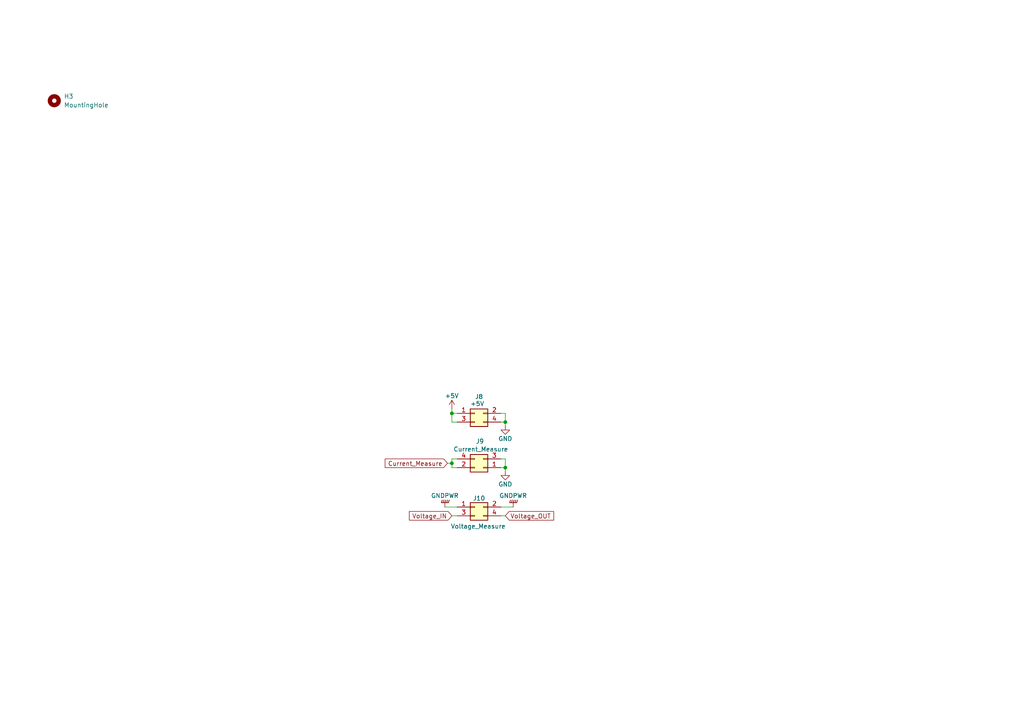
<source format=kicad_sch>
(kicad_sch (version 20211123) (generator eeschema)
  (paper "A4")
  (lib_symbols
    (symbol "Connector_Generic:Conn_02x02_Odd_Even" (pin_names (offset 1.016) hide)
      (property "Reference" "J" (at 1.27 2.54 0))
      (property "Value" "Conn_02x02_Odd_Even" (at 1.27 -5.08 0))
      (symbol "Conn_02x02_Odd_Even_1_1"
        (rectangle (start -1.27 -2.413) (end 0 -2.667) (stroke (width 0.1524)))
        (rectangle (start -1.27 0.127) (end 0 -0.127) (stroke (width 0.1524)))
        (rectangle (start -1.27 1.27) (end 3.81 -3.81) (stroke (width 0.254)) (fill (type background)))
        (rectangle (start 3.81 -2.413) (end 2.54 -2.667) (stroke (width 0.1524)))
        (rectangle (start 3.81 0.127) (end 2.54 -0.127) (stroke (width 0.1524)))
        (pin passive line (at -5.08 0 0) (length 3.81) (name "Pin_1") (number "1"))
        (pin passive line (at 7.62 0 180) (length 3.81) (name "Pin_2") (number "2"))
        (pin passive line (at -5.08 -2.54 0) (length 3.81) (name "Pin_3") (number "3"))
        (pin passive line (at 7.62 -2.54 180) (length 3.81) (name "Pin_4") (number "4"))
      )
    )
    (symbol "Mechanical:MountingHole" (pin_names (offset 1.016))
      (property "Reference" "H" (at 0 5.08 0))
      (property "Value" "MountingHole" (at 0 3.175 0))
      (symbol "MountingHole_0_1"
        (circle (center 0 0) (radius 1.27) (stroke (width 1.27)))
      )
    )
    (symbol "power:+5V" (power) (pin_names (offset 0))
      (property "Value" "+5V" (at 0 3.556 0))
      (symbol "+5V_0_1"
        (polyline (pts (xy -0.762 1.27) (xy 0 2.54)))
        (polyline (pts (xy 0 0) (xy 0 2.54)))
        (polyline (pts (xy 0 2.54) (xy 0.762 1.27)))
      )
      (symbol "+5V_1_1"
        (pin power_in line (at 0 0 90) (length 0) hide (name "+5V") (number "1"))
      )
    )
    (symbol "power:GND" (power) (pin_names (offset 0))
      (property "Value" "GND" (at 0 -3.81 0))
      (symbol "GND_0_1"
        (polyline (pts (xy 0 0) (xy 0 -1.27) (xy 1.27 -1.27) (xy 0 -2.54) (xy -1.27 -1.27) (xy 0 -1.27)))
      )
      (symbol "GND_1_1"
        (pin power_in line (at 0 0 270) (length 0) hide (name "GND") (number "1"))
      )
    )
    (symbol "power:GNDPWR" (power) (pin_names (offset 0))
      (property "Value" "GNDPWR" (at 0 -3.302 0))
      (symbol "GNDPWR_0_1"
        (polyline (pts (xy 0 -1.27) (xy 0 0)))
        (polyline (pts (xy -1.016 -1.27) (xy -1.27 -2.032) (xy -1.27 -2.032)) (stroke (width 0.2032)))
        (polyline (pts (xy -0.508 -1.27) (xy -0.762 -2.032) (xy -0.762 -2.032)) (stroke (width 0.2032)))
        (polyline (pts (xy 0 -1.27) (xy -0.254 -2.032) (xy -0.254 -2.032)) (stroke (width 0.2032)))
        (polyline (pts (xy 0.508 -1.27) (xy 0.254 -2.032) (xy 0.254 -2.032)) (stroke (width 0.2032)))
        (polyline (pts (xy 1.016 -1.27) (xy -1.016 -1.27) (xy -1.016 -1.27)) (stroke (width 0.2032)))
        (polyline (pts (xy 1.016 -1.27) (xy 0.762 -2.032) (xy 0.762 -2.032) (xy 0.762 -2.032)) (stroke (width 0.2032)))
      )
      (symbol "GNDPWR_1_1"
        (pin power_in line (at 0 0 270) (length 0) hide (name "GNDPWR") (number "1"))
      )
    )
  )
  (junction (at 146.558 122.428))
  (junction (at 146.558 135.636))
  (junction (at 131.064 134.366))
  (junction (at 131.064 119.888))
  (wire (pts (xy 145.288 135.636) (xy 146.558 135.636)))
  (wire (pts (xy 145.288 149.606) (xy 146.558 149.606)))
  (wire (pts (xy 131.064 118.618) (xy 131.064 119.888)))
  (wire (pts (xy 129.032 147.066) (xy 132.588 147.066)))
  (wire (pts (xy 146.558 135.636) (xy 146.558 136.652)))
  (wire (pts (xy 146.558 122.428) (xy 146.558 123.444)))
  (wire (pts (xy 146.558 119.888) (xy 146.558 122.428)))
  (wire (pts (xy 132.588 149.606) (xy 131.064 149.606)))
  (wire (pts (xy 131.064 122.428) (xy 131.064 119.888)))
  (wire (pts (xy 129.794 134.366) (xy 131.064 134.366)))
  (wire (pts (xy 145.288 122.428) (xy 146.558 122.428)))
  (wire (pts (xy 132.588 122.428) (xy 131.064 122.428)))
  (wire (pts (xy 131.064 134.366) (xy 131.064 133.096)))
  (wire (pts (xy 131.064 135.636) (xy 131.064 134.366)))
  (wire (pts (xy 145.288 133.096) (xy 146.558 133.096)))
  (wire (pts (xy 146.558 133.096) (xy 146.558 135.636)))
  (wire (pts (xy 131.064 119.888) (xy 132.588 119.888)))
  (wire (pts (xy 132.588 135.636) (xy 131.064 135.636)))
  (wire (pts (xy 148.844 147.066) (xy 145.288 147.066)))
  (wire (pts (xy 131.064 133.096) (xy 132.588 133.096)))
  (wire (pts (xy 145.288 119.888) (xy 146.558 119.888)))
  (global_label "Current_Measure" (shape input) (at 129.794 134.366 180) (property "Intersheet References" "${INTERSHEET_REFS}" (effects hide)))
  (global_label "Voltage_IN" (shape input) (at 131.064 149.606 180) (property "Intersheet References" "${INTERSHEET_REFS}" (effects hide)))
  (global_label "Voltage_OUT" (shape input) (at 146.558 149.606 0) (property "Intersheet References" "${INTERSHEET_REFS}" (effects hide)))
  (symbol (lib_id "Connector_Generic:Conn_02x02_Odd_Even") (at 137.668 147.066 0) (unit 1)
    (property "Reference" "J10" (at 138.938 144.526 0))
    (property "Value" "Voltage_Measure" (at 138.684 152.654 0))
    (property "Footprint" "Connector_Molex:Molex_Micro-Fit_3.0_43045-0412_2x02_P3.00mm_Vertical" (effects hide))
  )
  (symbol (lib_id "Connector_Generic:Conn_02x02_Odd_Even") (at 137.668 119.888 0) (unit 1)
    (property "Reference" "J8" (at 138.938 115.062 0))
    (property "Value" "+5V" (at 138.43 117.094 0))
    (property "Footprint" "Connector_Molex:Molex_Micro-Fit_3.0_43045-0412_2x02_P3.00mm_Vertical" (effects hide))
  )
  (symbol (lib_id "Mechanical:MountingHole") (at 15.748 29.21 0) (unit 1)
    (property "Reference" "H3" (at 18.542 27.9399 0) (effects (justify left)))
    (property "Value" "MountingHole" (at 18.542 30.4799 0) (effects (justify left)))
    (property "Footprint" "MountingHole:MountingHole_3.2mm_M3" (effects hide))
  )
  (symbol (lib_id "power:GND") (at 146.558 136.652 0) (unit 1)
    (property "Reference" "#PWR01" (effects hide))
    (property "Value" "GND" (at 146.558 140.462 0))
  )
  (symbol (lib_id "power:GND") (at 146.558 123.444 0) (unit 1)
    (property "Reference" "#PWR040" (effects hide))
    (property "Value" "GND" (at 146.558 127.254 0))
  )
  (symbol (lib_id "power:+5V") (at 131.064 118.618 0) (unit 1)
    (property "Reference" "#PWR035" (effects hide))
    (property "Value" "+5V" (at 133.096 114.808 0) (effects (justify right)))
  )
  (symbol (lib_id "power:GNDPWR") (at 129.032 147.066 180) (unit 1)
    (property "Reference" "#PWR02" (effects hide))
    (property "Value" "GNDPWR" (at 129.032 143.764 0))
  )
  (symbol (lib_id "power:GNDPWR") (at 148.844 147.066 180) (unit 1)
    (property "Reference" "#PWR0101" (effects hide))
    (property "Value" "GNDPWR" (at 148.844 143.764 0))
  )
  (symbol (lib_id "Connector_Generic:Conn_02x02_Odd_Even") (at 140.208 135.636 180) (unit 1)
    (property "Reference" "J9" (at 139.192 128.016 0))
    (property "Value" "Current_Measure" (at 139.446 130.302 0))
    (property "Footprint" "Connector_Molex:Molex_Micro-Fit_3.0_43045-0412_2x02_P3.00mm_Vertical" (effects hide))
  )
)
</source>
